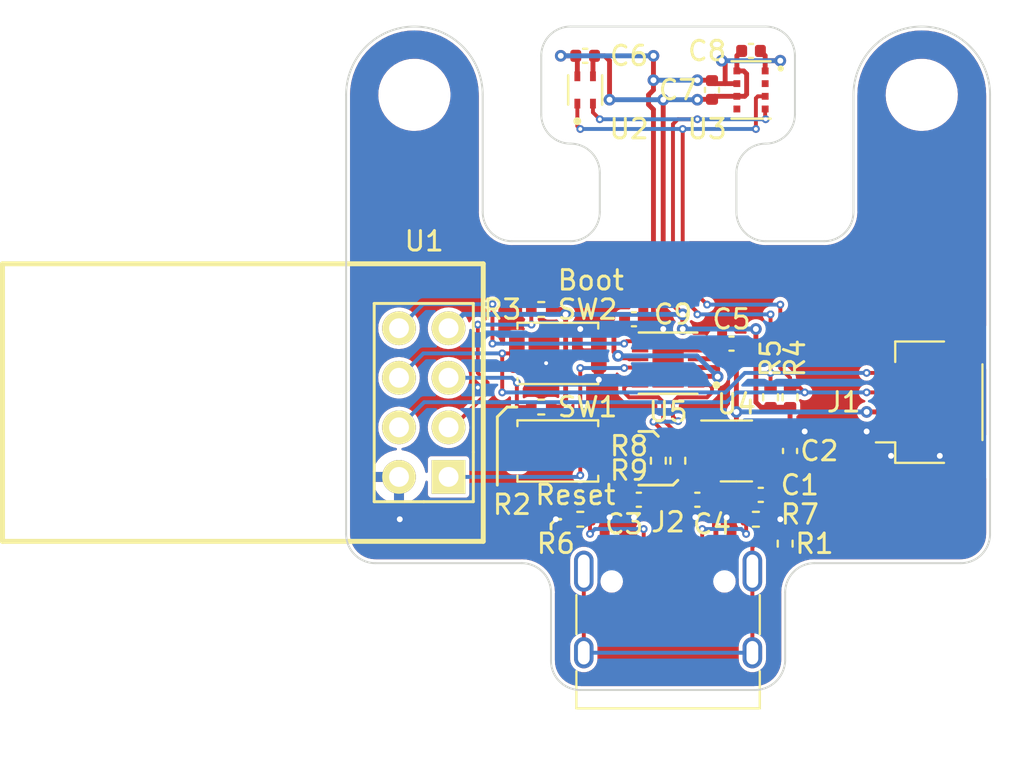
<source format=kicad_pcb>
(kicad_pcb (version 20211014) (generator pcbnew)
  (layers (0 "F.Cu" signal) (31 "B.Cu" signal) (34 "B.Paste" user) (35 "F.Paste" user) (36 "B.SilkS" user "B.Silkscreen") (37 "F.SilkS" user "F.Silkscreen") (38 "B.Mask" user) (39 "F.Mask" user) (44 "Edge.Cuts" user))
  (net 0 "")
  (net 1 "GND")
  (net 2 "SDA")
  (net 3 "SCL")
  (net 8 "+5V")
  (net 9 "/CC1")
  (net 10 "D+")
  (net 11 "D-")
  (net 12 "/CC2")
  (net 13 "/Shield")
  (net 14 "/UTXD")
  (net 15 "/CH_PD")
  (net 16 "/RST")
  (net 17 "+3V3")
  (net 18 "/URXD")
  (net 19 "/FT_USBD-")
  (net 20 "/FT_3V3")
  (net 24 "/FT_USBD+")
  (net 25 "/REG_BP")
  (footprint "Capacitor_SMD:C_0402_1005Metric" (layer "F.Cu") (at 144.25 83 180)
    (fp_text reference "C5")
    (fp_text value "100n")
  )
  (footprint "Resistor_SMD:R_0402_1005Metric" (layer "F.Cu") (at 141.5 89 -90)
    (fp_text reference "R9")
    (fp_text value "27R")
  )
  (footprint "Resistor_SMD:R_0402_1005Metric" (layer "F.Cu") (at 146.25 85.75 -90)
    (fp_text reference "R5")
    (fp_text value "10K")
  )
  (footprint "Resistor_SMD:R_0402_1005Metric" (layer "F.Cu") (at 136.5 92 180)
    (fp_text reference "R6")
    (fp_text value "5K1")
  )
  (footprint "! FT234XD-R:SON45P300X300X80-13N" (layer "F.Cu") (at 141 84 180)
    (fp_text reference "U5")
    (fp_text value "FT234XD-R")
  )
  (footprint "Resistor_SMD:R_0402_1005Metric" (layer "F.Cu") (at 134.5 81.25 180)
    (fp_text reference "R3")
    (fp_text value "10K")
  )
  (footprint "! SHT40-AD1B-R2:XDCR_SHT40-AD1B-R2" (layer "F.Cu") (at 136.75 70 90)
    (fp_text reference "U2")
    (fp_text value "SHT40-AD1B-R2")
  )
  (footprint "Capacitor_SMD:C_0402_1005Metric" (layer "F.Cu") (at 145.75 90.75 180)
    (fp_text reference "C1")
    (fp_text value "470p")
  )
  (footprint "Capacitor_SMD:C_0402_1005Metric" (layer "F.Cu") (at 145.25 68)
    (fp_text reference "C8")
    (fp_text value "100n")
  )
  (footprint "Resistor_SMD:R_0402_1005Metric" (layer "F.Cu") (at 147 93.25 -90)
    (fp_text reference "R1")
    (fp_text value "1M")
  )
  (footprint "! TS-1187A-B-A-B:SW_Push_SPST_NO_Alps_SKRK" (layer "F.Cu") (at 135.35 83.5 180)
    (fp_text reference "SW2")
    (fp_text value "SW_Push")
  )
  (footprint "Package_TO_SOT_SMD:SOT-23-5" (layer "F.Cu") (at 144.5 88.5)
    (fp_text reference "U4")
    (fp_text value "MIC5205-3.3YM5")
  )
  (footprint "Capacitor_SMD:C_0402_1005Metric" (layer "F.Cu") (at 147.25 88.5 -90)
    (fp_text reference "C2")
    (fp_text value "2.2u")
  )
  (footprint "! ESP8266:ESP-01" (layer "F.Cu") (at 129.75 89.83 180)
    (fp_text reference "U1")
    (fp_text value "ESP-01v090")
  )
  (footprint "Resistor_SMD:R_0402_1005Metric" (layer "F.Cu") (at 134.5 86.25 180)
    (fp_text reference "R2")
    (fp_text value "10K")
  )
  (footprint "MountingHole:MountingHole_3.2mm_M3" (layer "F.Cu") (at 128 70.25)
    (fp_text reference "H1" hide)
    (fp_text value "MountingHole")
  )
  (footprint "Capacitor_SMD:C_0402_1005Metric" (layer "F.Cu") (at 139.25 81.75)
    (fp_text reference "C9")
    (fp_text value "100n")
  )
  (footprint "Resistor_SMD:R_0402_1005Metric" (layer "F.Cu") (at 145.5 92 180)
    (fp_text reference "R7")
    (fp_text value "5K1")
  )
  (footprint "Capacitor_SMD:C_0402_1005Metric" (layer "F.Cu") (at 139.5 91 180)
    (fp_text reference "C3")
    (fp_text value "47p")
  )
  (footprint "Connector_JST:JST_SH_SM04B-SRSS-TB_1x04-1MP_P1.00mm_Horizontal" (layer "F.Cu") (at 154.425 86 90)
    (fp_text reference "J1")
    (fp_text value "Stemma QT")
  )
  (footprint "Resistor_SMD:R_0402_1005Metric" (layer "F.Cu") (at 147.25 85.75 -90)
    (fp_text reference "R4")
    (fp_text value "10K")
  )
  (footprint "Capacitor_SMD:C_0402_1005Metric" (layer "F.Cu") (at 136.75 68.25 180)
    (fp_text reference "C6")
    (fp_text value "100n")
  )
  (footprint "Connector_USB:USB_C_Receptacle_HRO_TYPE-C-31-M-12" (layer "F.Cu") (at 141 97.79)
    (fp_text reference "J2")
    (fp_text value "USB_C_Receptacle_USB2.0")
  )
  (footprint "Capacitor_SMD:C_0402_1005Metric" (layer "F.Cu") (at 143.25 70 -90)
    (fp_text reference "C7")
    (fp_text value "100n")
  )
  (footprint "! TS-1187A-B-A-B:SW_Push_SPST_NO_Alps_SKRK" (layer "F.Cu") (at 135.35 88.5 180)
    (fp_text reference "SW1")
    (fp_text value "SW_Push")
  )
  (footprint "Resistor_SMD:R_0402_1005Metric" (layer "F.Cu") (at 140.5 89 90)
    (fp_text reference "R8")
    (fp_text value "27R")
  )
  (footprint "Capacitor_SMD:C_0402_1005Metric" (layer "F.Cu") (at 142.5 91)
    (fp_text reference "C4")
    (fp_text value "47p")
  )
  (footprint "MountingHole:MountingHole_3.2mm_M3" (layer "F.Cu") (at 154 70.25)
    (fp_text reference "H2" hide)
    (fp_text value "MountingHole")
  )
  (footprint "! DPS310:XDCR_DPS310" (layer "F.Cu") (at 145.25 70)
    (fp_text reference "U3")
    (fp_text value "DPS310")
  )
  (gr_line (start 139.5 90.25) (end 141.25 90.25) (layer "F.SilkS") (width 0.15))
  (gr_line (start 132.75 86.25) (end 133.25 86.25) (layer "F.SilkS") (width 0.15))
  (gr_line (start 141.25 90.25) (end 141.5 90) (layer "F.SilkS") (width 0.15))
  (gr_line (start 135 92.25) (end 135 92.5) (layer "F.SilkS") (width 0.15))
  (gr_line (start 140.25 87.5) (end 140.5 87.75) (layer "F.SilkS") (width 0.15))
  (gr_line (start 132.25 86.75) (end 132.75 86.25) (layer "F.SilkS") (width 0.15))
  (gr_line (start 135.5 92) (end 135.25 92) (layer "F.SilkS") (width 0.15))
  (gr_line (start 135.25 92) (end 135 92.25) (layer "F.SilkS") (width 0.15))
  (gr_line (start 132.25 90.25) (end 132.25 86.75) (layer "F.SilkS") (width 0.15))
  (gr_line (start 139.5 87.5) (end 140.25 87.5) (layer "F.SilkS") (width 0.15))
  (gr_line (start 147.5 71.25) (end 147.5 68.25) (layer "Edge.Cuts") (width 0.1))
  (gr_line (start 146 66.75) (end 136 66.75) (layer "Edge.Cuts") (width 0.1))
  (gr_arc (start 150.5 76.25) (mid 150.06066 77.31066) (end 149 77.75) (layer "Edge.Cuts") (width 0.1))
  (gr_arc (start 146 66.75) (mid 147.06066 67.18934) (end 147.5 68.25) (layer "Edge.Cuts") (width 0.1))
  (gr_line (start 134.5 71.25) (end 134.5 68.25) (layer "Edge.Cuts") (width 0.1))
  (gr_arc (start 144.5 74.25) (mid 144.93934 73.18934) (end 146 72.75) (layer "Edge.Cuts") (width 0.1))
  (gr_arc (start 126 94.25) (mid 124.93934 93.81066) (end 124.5 92.75) (layer "Edge.Cuts") (width 0.1))
  (gr_line (start 137.5 74.25) (end 137.5 76.25) (layer "Edge.Cuts") (width 0.1))
  (gr_line (start 157.5 92.75) (end 157.5 70.25) (layer "Edge.Cuts") (width 0.1))
  (gr_arc (start 136.5 100.75) (mid 135.43934 100.31066) (end 135 99.25) (layer "Edge.Cuts") (width 0.1))
  (gr_line (start 135 99.25) (end 135 95.75) (layer "Edge.Cuts") (width 0.1))
  (gr_line (start 133.5 94.25) (end 126 94.25) (layer "Edge.Cuts") (width 0.1))
  (gr_line (start 131.5 70.25) (end 131.5 76.25) (layer "Edge.Cuts") (width 0.1))
  (gr_line (start 147 99.25) (end 147 95.75) (layer "Edge.Cuts") (width 0.1))
  (gr_arc (start 137.5 76.25) (mid 137.06066 77.31066) (end 136 77.75) (layer "Edge.Cuts") (width 0.1))
  (gr_arc (start 133 77.75) (mid 131.93934 77.31066) (end 131.5 76.25) (layer "Edge.Cuts") (width 0.1))
  (gr_line (start 144.5 74.25) (end 144.5 76.25) (layer "Edge.Cuts") (width 0.1))
  (gr_arc (start 147 95.75) (mid 147.43934 94.68934) (end 148.5 94.25) (layer "Edge.Cuts") (width 0.1))
  (gr_arc (start 124.5 70.25) (mid 128 66.75) (end 131.5 70.25) (layer "Edge.Cuts") (width 0.1))
  (gr_arc (start 147 99.25) (mid 146.521659 100.314201) (end 145.43934 100.75) (layer "Edge.Cuts") (width 0.1))
  (gr_line (start 124.5 92.75) (end 124.5 70.25) (layer "Edge.Cuts") (width 0.1))
  (gr_line (start 149 77.75) (end 146 77.75) (layer "Edge.Cuts") (width 0.1))
  (gr_arc (start 136 72.75) (mid 134.93934 72.31066) (end 134.5 71.25) (layer "Edge.Cuts") (width 0.1))
  (gr_arc (start 157.5 92.75) (mid 157.06066 93.81066) (end 156 94.25) (layer "Edge.Cuts") (width 0.1))
  (gr_arc (start 134.5 68.25) (mid 134.93934 67.18934) (end 136 66.75) (layer "Edge.Cuts") (width 0.1))
  (gr_line (start 148.5 94.25) (end 156 94.25) (layer "Edge.Cuts") (width 0.1))
  (gr_line (start 145.43934 100.75) (end 136.5 100.75) (layer "Edge.Cuts") (width 0.1))
  (gr_arc (start 146 77.75) (mid 144.93934 77.31066) (end 144.5 76.25) (layer "Edge.Cuts") (width 0.1))
  (gr_arc (start 133.5 94.25) (mid 134.56066 94.68934) (end 135 95.75) (layer "Edge.Cuts") (width 0.1))
  (gr_arc (start 147.5 71.25) (mid 147.06066 72.31066) (end 146 72.75) (layer "Edge.Cuts") (width 0.1))
  (gr_line (start 150.5 70.25) (end 150.5 76.25) (layer "Edge.Cuts") (width 0.1))
  (gr_arc (start 150.5 70.25) (mid 154 66.75) (end 157.5 70.25) (layer "Edge.Cuts") (width 0.1))
  (gr_line (start 133 77.75) (end 136 77.75) (layer "Edge.Cuts") (width 0.1))
  (gr_arc (start 136 72.75) (mid 137.06066 73.18934) (end 137.5 74.25) (layer "Edge.Cuts") (width 0.1))
  (gr_text "Boot" (at 135.25 79.75) (layer "F.SilkS") (effects (font (size 1 1)) (justify left)))
  (gr_text "Reset" (at 136.25 90.75) (layer "F.SilkS") (effects (font (size 1 1))))
  (segment (start 140.25 69.5) (end 140.25 68.25) (width 0.25) (layer "F.Cu") (net 1))
  (segment (start 143.925 68.675) (end 143.75 68.5) (width 0.25) (layer "F.Cu") (net 1))
  (segment (start 127.25 92) (end 127.25 89.87) (width 0.25) (layer "F.Cu") (net 1))
  (segment (start 148 88.75) (end 147.77 88.98) (width 0.25) (layer "F.Cu") (net 1))
  (segment (start 140.25 81.75) (end 140.25 71) (width 0.25) (layer "F.Cu") (net 1))
  (segment (start 156.3 88.8) (end 156.3 83.2) (width 0.25) (layer "F.Cu") (net 1))
  (segment (start 146 68.5) (end 145.975 68.525) (width 0.25) (layer "F.Cu") (net 1))
  (segment (start 140.25 71) (end 140 70.75) (width 0.25) (layer "F.Cu") (net 1))
  (segment (start 138 91) (end 137.45 90.45) (width 0.25) (layer "F.Cu") (net 1))
  (segment (start 146.75 92) (end 146.01 92) (width 0.25) (layer "F.Cu") (net 1))
  (segment (start 145.975 68.245) (end 145.73 68) (width 0.25) (layer "F.Cu") (net 1))
  (segment (start 147.77 88.98) (end 147.25 88.98) (width 0.25) (layer "F.Cu") (net 1))
  (segment (start 142.5 69.5) (end 143.23 69.5) (width 0.25) (layer "F.Cu") (net 1))
  (segment (start 127.25 89.87) (end 127.21 89.83) (width 0.25) (layer "F.Cu") (net 1))
  (segment (start 141 82.5) (end 140.75 82.25) (width 0.25) (layer "F.Cu") (net 1))
  (segment (start 144.25 92.1505) (end 144 91.9005) (width 0.25) (layer "F.Cu") (net 1))
  (segment (start 142.375 89.875) (end 142.375 88.625) (width 0.25) (layer "F.Cu") (net 1))
  (segment (start 145.975 69.025) (end 145.975 68.525) (width 0.25) (layer "F.Cu") (net 1))
  (segment (start 156.25 88.75) (end 156.3 88.8) (width 0.25) (layer "F.Cu") (net 1))
  (segment (start 145.975 68.525) (end 145.975 68.245) (width 0.25) (layer "F.Cu") (net 1))
  (segment (start 136.5 83.25) (end 136.5 82.25) (width 0.25) (layer "F.Cu") (net 1))
  (segment (start 139.73 81.75) (end 140.25 81.75) (width 0.25) (layer "F.Cu") (net 1))
  (segment (start 143.3625 88.5) (end 142.5 88.5) (width 0.25) (layer "F.Cu") (net 1))
  (segment (start 140.25 81.75) (end 140.75 82.25) (width 0.25) (layer "F.Cu") (net 1))
  (segment (start 152.425 87.5) (end 151.175 87.5) (width 0.25) (layer "F.Cu") (net 1))
  (segment (start 143.925 69.675) (end 143.925 68.675) (width 0.25) (layer "F.Cu") (net 1))
  (segment (start 148 87.5) (end 148 88.75) (width 0.25) (layer "F.Cu") (net 1))
  (segment (start 141 84) (end 141 82.5) (width 0.25) (layer "F.Cu") (net 1))
  (segment (start 142.98 91) (end 142.98 90.48) (width 0.25) (layer "F.Cu") (net 1))
  (segment (start 140 70.75) (end 140 70.25) (width 0.25) (layer "F.Cu") (net 1))
  (segment (start 142.98 90.48) (end 142.375 89.875) (width 0.25) (layer "F.Cu") (net 1))
  (segment (start 143.405 69.675) (end 143.25 69.52) (width 0.25) (layer "F.Cu") (net 1))
  (segment (start 135.25 92) (end 135.99 92) (width 0.25) (layer "F.Cu") (net 1))
  (segment (start 142.98 91) (end 142.98 91.313391) (width 0.25) (layer "F.Cu") (net 1))
  (segment (start 140 70.25) (end 140.25 70) (width 0.25) (layer "F.Cu") (net 1))
  (segment (start 141.675 83.325) (end 141 84) (width 0.25) (layer "F.Cu") (net 1))
  (segment (start 136.75 83.5) (end 136.5 83.25) (width 0.25) (layer "F.Cu") (net 1))
  (segment (start 136.35 69.3) (end 136.35 68.33) (width 0.25) (layer "F.Cu") (net 1))
  (segment (start 146.75 68.5) (end 146 68.5) (width 0.25) (layer "F.Cu") (net 1))
  (segment (start 139.25 91.9005) (end 139.25 91.23) (width 0.25) (layer "F.Cu") (net 1))
  (segment (start 147 92.25) (end 146.75 92) (width 0.25) (layer "F.Cu") (net 1))
  (segment (start 154.925 88.75) (end 156.25 88.75) (width 0.25) (layer "F.Cu") (net 1))
  (segment (start 143.23 69.5) (end 143.25 69.52) (width 0.25) (layer "F.Cu") (net 1))
  (segment (start 137.75 93.745) (end 137.75 92.1505) (width 0.25) (layer "F.Cu") (net 1))
  (segment (start 145.27 90.75) (end 145.1505 90.75) (width 0.25) (layer "F.Cu") (net 1))
  (segment (start 138 91.9005) (end 138 91) (width 0.25) (layer "F.Cu") (net 1))
  (segment (start 145.1505 90.75) (end 144 91.9005) (width 0.25) (layer "F.Cu") (net 1))
  (segment (start 136.35 68.33) (end 136.27 68.25) (width 0.25) (layer "F.Cu") (net 1))
  (segment (start 140.25 70) (end 140.25 69.5) (width 0.25) (layer "F.Cu") (net 1))
  (segment (start 143.925 69.675) (end 143.405 69.675) (width 0.25) (layer "F.Cu") (net 1))
  (segment (start 147.25 88.98) (end 147.25 91.5) (width 0.25) (layer "F.Cu") (net 1))
  (segment (start 137.45 88.5) (end 137.45 83.5) (width 0.25) (layer "F.Cu") (net 1))
  (segment (start 144.525 69.675) (end 143.925 69.675) (width 0.25) (layer "F.Cu") (net 1))
  (segment (start 147.25 91.5) (end 146.75 92) (width 0.25) (layer "F.Cu") (net 1))
  (segment (start 147 92.74) (end 147 92.25) (width 0.25) (layer "F.Cu") (net 1))
  (segment (start 137.45 83.5) (end 136.75 83.5) (width 0.25) (layer "F.Cu") (net 1))
  (segment (start 142.5 88.5) (end 142.375 88.625) (width 0.25) (layer "F.Cu") (net 1))
  (segment (start 143.445 83.325) (end 143.77 83) (width 0.25) (layer "F.Cu") (net 1))
  (segment (start 137.45 90.45) (end 137.45 88.5) (width 0.25) (layer "F.Cu") (net 1))
  (segment (start 142.435 83.325) (end 141.675 83.325) (width 0.25) (layer "F.Cu") (net 1))
  (segment (start 142.435 83.325) (end 143.445 83.325) (width 0.25) (layer "F.Cu") (net 1))
  (segment (start 144.25 93.745) (end 144.25 92.1505) (width 0.25) (layer "F.Cu") (net 1))
  (segment (start 139.25 91.23) (end 139.02 91) (width 0.25) (layer "F.Cu") (net 1))
  (segment (start 152.425 87.5) (end 152.425 88.75) (width 0.25) (layer "F.Cu") (net 1))
  (segment (start 137.75 92.1505) (end 138 91.9005) (width 0.25) (layer "F.Cu") (net 1))
  (segment (start 135.5 68.25) (end 136.27 68.25) (width 0.25) (layer "F.Cu") (net 1))
  (segment (start 142.98 91.313391) (end 142.397698 91.895693) (width 0.25) (layer "F.Cu") (net 1))
  (via (at 142.5 69.5) (size 0.6) (drill 0.3) (layers "F.Cu" "B.Cu") (net 1))
  (via (at 135.25 92) (size 0.6) (drill 0.3) (layers "F.Cu" "B.Cu") (net 1))
  (via (at 138 91.9005) (size 0.6) (drill 0.3) (layers "F.Cu" "B.Cu") (net 1))
  (via (at 137.45 84.8495) (size 0.6) (drill 0.3) (layers "F.Cu" "B.Cu") (net 1))
  (via (at 151.175 87.5) (size 0.6) (drill 0.3) (layers "F.Cu" "B.Cu") (net 1))
  (via (at 136.5 82.25) (size 0.6) (drill 0.3) (layers "F.Cu" "B.Cu") (net 1))
  (via (at 148 87.5) (size 0.6) (drill 0.3) (layers "F.Cu" "B.Cu") (net 1))
  (via (at 146.75 92) (size 0.6) (drill 0.3) (layers "F.Cu" "B.Cu") (net 1))
  (via (at 140.25 68.25) (size 0.6) (drill 0.3) (layers "F.Cu" "B.Cu") (net 1))
  (via (at 134.75 84) (size 0.4) (drill 0.2) (layers "F.Cu" "B.Cu") (net 1))
  (via (at 152.425 88.75) (size 0.6) (drill 0.3) (layers "F.Cu" "B.Cu") (net 1))
  (via (at 140.25 69.5) (size 0.6) (drill 0.3) (layers "F.Cu" "B.Cu") (net 1))
  (via (at 143.75 68.5) (size 0.6) (drill 0.3) (layers "F.Cu" "B.Cu") (net 1))
  (via (at 142.397698 91.895693) (size 0.6) (drill 0.3) (layers "F.Cu" "B.Cu") (net 1))
  (via (at 131.25 85.25) (size 0.4) (drill 0.2) (layers "F.Cu" "B.Cu") (net 1))
  (via (at 154.925 88.75) (size 0.6) (drill 0.3) (layers "F.Cu" "B.Cu") (net 1))
  (via (at 135.5 68.25) (size 0.6) (drill 0.3) (layers "F.Cu" "B.Cu") (net 1))
  (via (at 146.75 68.5) (size 0.6) (drill 0.3) (layers "F.Cu" "B.Cu") (net 1))
  (via (at 144 91.9005) (size 0.6) (drill 0.3) (layers "F.Cu" "B.Cu") (net 1))
  (via (at 127.25 92) (size 0.6) (drill 0.3) (layers "F.Cu" "B.Cu") (net 1))
  (via (at 140.75 82.25) (size 0.6) (drill 0.3) (layers "F.Cu" "B.Cu") (net 1))
  (via (at 139.25 91.9005) (size 0.6) (drill 0.3) (layers "F.Cu" "B.Cu") (net 1))
  (segment (start 152.425 88.75) (end 154.925 88.75) (width 0.25) (layer "B.Cu") (net 1))
  (segment (start 138 91.9005) (end 140.0995 91.9005) (width 0.25) (layer "B.Cu") (net 1))
  (segment (start 140.75 82.25) (end 136.5 82.25) (width 0.25) (layer "B.Cu") (net 1))
  (segment (start 135.25 92) (end 127.25 92) (width 0.25) (layer "B.Cu") (net 1))
  (segment (start 143.75 68.5) (end 146.75 68.5) (width 0.25) (layer "B.Cu") (net 1))
  (segment (start 138 91.9005) (end 135.3495 91.9005) (width 0.25) (layer "B.Cu") (net 1))
  (segment (start 134.75 84) (end 135.5995 84.8495) (width 0.25) (layer "B.Cu") (net 1))
  (segment (start 140.25 68.25) (end 135.5 68.25) (width 0.25) (layer "B.Cu") (net 1))
  (segment (start 142.402505 91.9005) (end 142.397698 91.895693) (width 0.25) (layer "B.Cu") (net 1))
  (segment (start 135.5995 84.8495) (end 137.45 84.8495) (width 0.25) (layer "B.Cu") (net 1))
  (segment (start 142.6505 91.9005) (end 142.402505 91.9005) (width 0.25) (layer "B.Cu") (net 1))
  (segment (start 146.6505 91.9005) (end 146.75 92) (width 0.25) (layer "B.Cu") (net 1))
  (segment (start 142.6505 91.9005) (end 144 91.9005) (width 0.25) (layer "B.Cu") (net 1))
  (segment (start 148 87.5) (end 151.175 87.5) (width 0.25) (layer "B.Cu") (net 1))
  (segment (start 140.25 69.5) (end 142.5 69.5) (width 0.25) (layer "B.Cu") (net 1))
  (segment (start 144 91.9005) (end 146.6505 91.9005) (width 0.25) (layer "B.Cu") (net 1))
  (segment (start 140.0995 91.9005) (end 139.25 91.9005) (width 0.25) (layer "B.Cu") (net 1))
  (segment (start 135.3495 91.9005) (end 135.25 92) (width 0.25) (layer "B.Cu") (net 1))
  (segment (start 140.0995 91.9005) (end 142.6505 91.9005) (width 0.25) (layer "B.Cu") (net 1))
  (segment (start 136.5 72) (end 136.35 71.85) (width 0.2) (layer "F.Cu") (net 2))
  (segment (start 147.25 84.75) (end 146.75 84.25) (width 0.2) (layer "F.Cu") (net 2))
  (segment (start 146.75 84.25) (end 146.75 83.25) (width 0.2) (layer "F.Cu") (net 2))
  (segment (start 147.74 85.24) (end 148 85.5) (width 0.2) (layer "F.Cu") (net 2))
  (segment (start 146.75 83.25) (end 146.75 81) (width 0.2) (layer "F.Cu") (net 2))
  (segment (start 143 81) (end 141.75 79.75) (width 0.2) (layer "F.Cu") (net 2))
  (segment (start 145.6 70.325) (end 145.5 70.425) (width 0.2) (layer "F.Cu") (net 2))
  (segment (start 147.25 85.24) (end 147.25 84.75) (width 0.2) (layer "F.Cu") (net 2))
  (segment (start 141.75 79.75) (end 141.75 72) (width 0.2) (layer "F.Cu") (net 2))
  (segment (start 151.175 85.5) (end 152.425 85.5) (width 0.2) (layer "F.Cu") (net 2))
  (segment (start 136.35 71.85) (end 136.35 70.7) (width 0.2) (layer "F.Cu") (net 2))
  (segment (start 147.25 85.24) (end 147.74 85.24) (width 0.2) (layer "F.Cu") (net 2))
  (segment (start 145.975 70.325) (end 145.6 70.325) (width 0.2) (layer "F.Cu") (net 2))
  (segment (start 145.5 70.425) (end 145.5 72) (width 0.2) (layer "F.Cu") (net 2))
  (via (at 148 85.5) (size 0.4) (drill 0.2) (layers "F.Cu" "B.Cu") (net 2))
  (via (at 151.175 85.5) (size 0.4) (drill 0.2) (layers "F.Cu" "B.Cu") (net 2))
  (via (at 136.5 72) (size 0.4) (drill 0.2) (layers "F.Cu" "B.Cu") (net 2))
  (via (at 145.5 72) (size 0.4) (drill 0.2) (layers "F.Cu" "B.Cu") (net 2))
  (via (at 141.75 72) (size 0.4) (drill 0.2) (layers "F.Cu" "B.Cu") (net 2))
  (via (at 146.75 81) (size 0.4) (drill 0.2) (layers "F.Cu" "B.Cu") (net 2))
  (via (at 143 81) (size 0.4) (drill 0.2) (layers "F.Cu" "B.Cu") (net 2))
  (segment (start 127.21 87.29) (end 128.5 86) (width 0.2) (layer "B.Cu") (net 2))
  (segment (start 144 86) (end 144.5 85.5) (width 0.2) (layer "B.Cu") (net 2))
  (segment (start 144.5 85.5) (end 148 85.5) (width 0.2) (layer "B.Cu") (net 2))
  (segment (start 146.75 81) (end 143 81) (width 0.2) (layer "B.Cu") (net 2))
  (segment (start 145.5 72) (end 136.5 72) (width 0.2) (layer "B.Cu") (net 2))
  (segment (start 132 86) (end 144 86) (width 0.2) (layer "B.Cu") (net 2))
  (segment (start 128.5 86) (end 132 86) (width 0.2) (layer "B.Cu") (net 2))
  (segment (start 151.175 85.5) (end 148 85.5) (width 0.2) (layer "B.Cu") (net 2))
  (segment (start 132.5 83.5) (end 133.25 83.5) (width 0.2) (layer "F.Cu") (net 3))
  (segment (start 146.25 84.5) (end 146.25 83.25) (width 0.2) (layer "F.Cu") (net 3))
  (segment (start 137.15 70.7) (end 137.15 71.15) (width 0.2) (layer "F.Cu") (net 3))
  (segment (start 141.5 71.5) (end 141.25 71.75) (width 0.2) (layer "F.Cu") (net 3))
  (segment (start 145.975 70.975) (end 145.975 71.475) (width 0.2) (layer "F.Cu") (net 3))
  (segment (start 142.5 81.401471) (end 141.25 80.151471) (width 0.2) (layer "F.Cu") (net 3))
  (segment (start 146.25 83.25) (end 146.25 81.5) (width 0.2) (layer "F.Cu") (net 3))
  (segment (start 142.5 81.5) (end 142.5 81.401471) (width 0.2) (layer "F.Cu") (net 3))
  (segment (start 145.975 71.475) (end 146 71.5) (width 0.2) (layer "F.Cu") (net 3))
  (segment (start 142.5 71.5) (end 141.5 71.5) (width 0.2) (layer "F.Cu") (net 3))
  (segment (start 151.175 84.5) (end 152.425 84.5) (width 0.2) (layer "F.Cu") (net 3))
  (segment (start 146.25 85.24) (end 146.25 84.5) (width 0.2) (layer "F.Cu") (net 3))
  (segment (start 137.15 71.15) (end 137.5 71.5) (width 0.2) (layer "F.Cu") (net 3))
  (segment (start 132.5 83.5) (end 132.5 85.5) (width 0.2) (layer "F.Cu") (net 3))
  (segment (start 141.25 71.75) (end 141.25 80.151471) (width 0.2) (layer "F.Cu") (net 3))
  (via (at 151.175 84.5) (size 0.4) (drill 0.2) (layers "F.Cu" "B.Cu") (net 3))
  (via (at 146.25 84.5) (size 0.4) (drill 0.2) (layers "F.Cu" "B.Cu") (net 3))
  (via (at 142.5 81.5) (size 0.4) (drill 0.2) (layers "F.Cu" "B.Cu") (net 3))
  (via (at 137.5 71.5) (size 0.4) (drill 0.2) (layers "F.Cu" "B.Cu") (net 3))
  (via (at 146.25 81.5) (size 0.4) (drill 0.2) (layers "F.Cu" "B.Cu") (net 3))
  (via (at 132.5 83.5) (size 0.4) (drill 0.2) (layers "F.Cu" "B.Cu") (net 3))
  (via (at 146 71.5) (size 0.4) (drill 0.2) (layers "F.Cu" "B.Cu") (net 3))
  (via (at 132.5 85.5) (size 0.4) (drill 0.2) (layers "F.Cu" "B.Cu") (net 3))
  (via (at 142.5 71.5) (size 0.4) (drill 0.2) (layers "F.Cu" "B.Cu") (net 3))
  (segment (start 132.5 85.5) (end 143.934314 85.5) (width 0.2) (layer "B.Cu") (net 3))
  (segment (start 146.25 81.5) (end 142.5 81.5) (width 0.2) (layer "B.Cu") (net 3))
  (segment (start 128.46 83.5) (end 132.5 83.5) (width 0.2) (layer "B.Cu") (net 3))
  (segment (start 146.25 84.5) (end 151.175 84.5) (width 0.2) (layer "B.Cu") (net 3))
  (segment (start 146.25 84.5) (end 144.934314 84.5) (width 0.2) (layer "B.Cu") (net 3))
  (segment (start 137.5 71.5) (end 146 71.5) (width 0.2) (layer "B.Cu") (net 3))
  (segment (start 127.21 84.75) (end 128.46 83.5) (width 0.2) (layer "B.Cu") (net 3))
  (segment (start 143.934314 85.5) (end 144.934314 84.5) (width 0.2) (layer "B.Cu") (net 3))
  (segment (start 144.5 89.5) (end 144.5 90.5) (width 0.25) (layer "F.Cu") (net 8))
  (segment (start 143.45 94.57) (end 142.595 95.425) (width 0.25) (layer "F.Cu") (net 8))
  (segment (start 144.45 89.45) (end 144.5 89.5) (width 0.25) (layer "F.Cu") (net 8))
  (segment (start 144.5 90.5) (end 143.375 91.625) (width 0.25) (layer "F.Cu") (net 8))
  (segment (start 143.375 91.625) (end 143.375 92.475) (width 0.25) (layer "F.Cu") (net 8))
  (segment (start 143.45 92.55) (end 143.45 93.745) (width 0.25) (layer "F.Cu") (net 8))
  (segment (start 143.45 93.745) (end 143.45 94.57) (width 0.25) (layer "F.Cu") (net 8))
  (segment (start 144.5 87.5) (end 144.5 89.5) (width 0.25) (layer "F.Cu") (net 8))
  (segment (start 144.45 87.55) (end 144.5 87.5) (width 0.25) (layer "F.Cu") (net 8))
  (segment (start 143.375 92.475) (end 143.45 92.55) (width 0.25) (layer "F.Cu") (net 8))
  (segment (start 142.595 95.425) (end 139.425 95.425) (width 0.25) (layer "F.Cu") (net 8))
  (segment (start 144.73 83.07) (end 144.73 83) (width 0.25) (layer "F.Cu") (net 8))
  (segment (start 139.425 95.425) (end 138.55 94.55) (width 0.25) (layer "F.Cu") (net 8))
  (segment (start 143.3625 89.45) (end 144.45 89.45) (width 0.25) (layer "F.Cu") (net 8))
  (segment (start 151.175 86.5) (end 152.425 86.5) (width 0.25) (layer "F.Cu") (net 8))
  (segment (start 144.025 83.775) (end 142.435 83.775) (width 0.25) (layer "F.Cu") (net 8))
  (segment (start 144.025 83.775) (end 144.73 83.07) (width 0.25) (layer "F.Cu") (net 8))
  (segment (start 143.3625 87.55) (end 144.45 87.55) (width 0.25) (layer "F.Cu") (net 8))
  (segment (start 144.5 87.5) (end 144.5 84.25) (width 0.25) (layer "F.Cu") (net 8))
  (segment (start 144.5 84.25) (end 144.025 83.775) (width 0.25) (layer "F.Cu") (net 8))
  (segment (start 138.55 94.55) (end 138.55 93.745) (width 0.25) (layer "F.Cu") (net 8))
  (via (at 151.175 86.5) (size 0.6) (drill 0.3) (layers "F.Cu" "B.Cu") (net 8))
  (via (at 144.5 86.5) (size 0.6) (drill 0.3) (layers "F.Cu" "B.Cu") (net 8))
  (segment (start 144.5 86.5) (end 151.175 86.5) (width 0.25) (layer "B.Cu") (net 8))
  (segment (start 139.75 93.745) (end 139.75 92.5) (width 0.2) (layer "F.Cu") (net 9))
  (segment (start 137 92.75) (end 137 92.01) (width 0.2) (layer "F.Cu") (net 9))
  (segment (start 137 92.01) (end 137.01 92) (width 0.2) (layer "F.Cu") (net 9))
  (via (at 139.75 92.5) (size 0.4) (drill 0.2) (layers "F.Cu" "B.Cu") (net 9))
  (via (at 137 92.75) (size 0.4) (drill 0.2) (layers "F.Cu" "B.Cu") (net 9))
  (segment (start 137.25 92.5) (end 137 92.75) (width 0.2) (layer "B.Cu") (net 9))
  (segment (start 139.75 92.5) (end 137.25 92.5) (width 0.2) (layer "B.Cu") (net 9))
  (segment (start 141.23 92.52) (end 141.52 92.52) (width 0.2) (layer "F.Cu") (net 10))
  (segment (start 141.5 90) (end 141.5 89.51) (width 0.2) (layer "F.Cu") (net 10))
  (segment (start 141.25 90.25) (end 141.5 90) (width 0.2) (layer "F.Cu") (net 10))
  (segment (start 141.75 92.75) (end 141.75 93.745) (width 0.2) (layer "F.Cu") (net 10))
  (segment (start 141.25 91) (end 141.25 90.25) (width 0.2) (layer "F.Cu") (net 10))
  (segment (start 141 92.52) (end 141.23 92.52) (width 0.2) (layer "F.Cu") (net 10))
  (segment (start 140.75 92.77) (end 141 92.52) (width 0.2) (layer "F.Cu") (net 10))
  (segment (start 141.25 92.5) (end 141.25 91) (width 0.2) (layer "F.Cu") (net 10))
  (segment (start 142.02 91) (end 141.25 91) (width 0.2) (layer "F.Cu") (net 10))
  (segment (start 140.75 93.745) (end 140.75 92.77) (width 0.2) (layer "F.Cu") (net 10))
  (segment (start 141.23 92.52) (end 141.25 92.5) (width 0.2) (layer "F.Cu") (net 10))
  (segment (start 141.52 92.52) (end 141.75 92.75) (width 0.2) (layer "F.Cu") (net 10))
  (segment (start 140.75 92) (end 140.75 91) (width 0.2) (layer "F.Cu") (net 11))
  (segment (start 141 95) (end 141.25 94.75) (width 0.2) (layer "F.Cu") (net 11))
  (segment (start 140.25 93.745) (end 140.25 94.75) (width 0.2) (layer "F.Cu") (net 11))
  (segment (start 141.25 94.75) (end 141.25 93.745) (width 0.2) (layer "F.Cu") (net 11))
  (segment (start 140.75 91) (end 140.75 90.25) (width 0.2) (layer "F.Cu") (net 11))
  (segment (start 140.5 95) (end 141 95) (width 0.2) (layer "F.Cu") (net 11))
  (segment (start 139.98 91) (end 140.75 91) (width 0.2) (layer "F.Cu") (net 11))
  (segment (start 140.25 94.75) (end 140.5 95) (width 0.2) (layer "F.Cu") (net 11))
  (segment (start 140.25 93.745) (end 140.25 92.5) (width 0.2) (layer "F.Cu") (net 11))
  (segment (start 140.25 92.5) (end 140.75 92) (width 0.2) (layer "F.Cu") (net 11))
  (segment (start 140.5 90) (end 140.5 89.51) (width 0.2) (layer "F.Cu") (net 11))
  (segment (start 140.75 90.25) (end 140.5 90) (width 0.2) (layer "F.Cu") (net 11))
  (segment (start 145 92.01) (end 144.99 92) (width 0.2) (layer "F.Cu") (net 12))
  (segment (start 145 92.75) (end 145 92.01) (width 0.2) (layer "F.Cu") (net 12))
  (segment (start 142.75 93.745) (end 142.75 92.5) (width 0.2) (layer "F.Cu") (net 12))
  (via (at 145 92.75) (size 0.4) (drill 0.2) (layers "F.Cu" "B.Cu") (net 12))
  (via (at 142.75 92.5) (size 0.4) (drill 0.2) (layers "F.Cu" "B.Cu") (net 12))
  (segment (start 144.75 92.5) (end 145 92.75) (width 0.2) (layer "B.Cu") (net 12))
  (segment (start 142.75 92.5) (end 144.75 92.5) (width 0.2) (layer "B.Cu") (net 12))
  (segment (start 136.68 94.66) (end 136.68 98.84) (width 0.2) (layer "F.Cu") (net 13))
  (segment (start 145.32 94.66) (end 145.32 93.43) (width 0.2) (layer "F.Cu") (net 13))
  (segment (start 146.51 93.76) (end 147 93.76) (width 0.2) (layer "F.Cu") (net 13))
  (segment (start 145.5 93.25) (end 146 93.25) (width 0.2) (layer "F.Cu") (net 13))
  (segment (start 146 93.25) (end 146.51 93.76) (width 0.2) (layer "F.Cu") (net 13))
  (segment (start 145.32 93.43) (end 145.5 93.25) (width 0.2) (layer "F.Cu") (net 13))
  (segment (start 145.32 94.66) (end 145.32 98.84) (width 0.2) (layer "F.Cu") (net 13))
  (segment (start 136.68 98.84) (end 145.32 98.84) (width 0.2) (layer "B.Cu") (net 13))
  (segment (start 136.5 84.25) (end 136.5 89.75) (width 0.2) (layer "F.Cu") (net 14))
  (segment (start 139.565 84.225) (end 138.775 84.225) (width 0.2) (layer "F.Cu") (net 14))
  (segment (start 138.775 84.225) (end 138.75 84.25) (width 0.2) (layer "F.Cu") (net 14))
  (via (at 138.75 84.25) (size 0.4) (drill 0.2) (layers "F.Cu" "B.Cu") (net 14))
  (via (at 136.5 89.75) (size 0.4) (drill 0.2) (layers "F.Cu" "B.Cu") (net 14))
  (via (at 136.5 84.25) (size 0.4) (drill 0.2) (layers "F.Cu" "B.Cu") (net 14))
  (segment (start 138.75 84.25) (end 136.5 84.25) (width 0.2) (layer "B.Cu") (net 14))
  (segment (start 136.42 89.83) (end 129.75 89.83) (width 0.2) (layer "B.Cu") (net 14))
  (segment (start 136.5 89.75) (end 136.42 89.83) (width 0.2) (layer "B.Cu") (net 14))
  (segment (start 131.75 85.5) (end 129.96 87.29) (width 0.2) (layer "F.Cu") (net 15))
  (segment (start 131.25 84.5) (end 131.75 85) (width 0.2) (layer "F.Cu") (net 15))
  (segment (start 133.99 82.0145) (end 134 82.0245) (width 0.2) (layer "F.Cu") (net 15))
  (segment (start 131.25 82.0245) (end 131.25 84.5) (width 0.2) (layer "F.Cu") (net 15))
  (segment (start 129.96 87.29) (end 129.75 87.29) (width 0.2) (layer "F.Cu") (net 15))
  (segment (start 133.99 81.25) (end 133.99 82.0145) (width 0.2) (layer "F.Cu") (net 15))
  (segment (start 131.75 85) (end 131.75 85.5) (width 0.2) (layer "F.Cu") (net 15))
  (via (at 134 82.0245) (size 0.4) (drill 0.2) (layers "F.Cu" "B.Cu") (net 15))
  (via (at 131.25 82.0245) (size 0.4) (drill 0.2) (layers "F.Cu" "B.Cu") (net 15))
  (segment (start 134 82.0245) (end 131.25 82.0245) (width 0.2) (layer "B.Cu") (net 15))
  (segment (start 133.25 86.25) (end 133.25 88.5) (width 0.2) (layer "F.Cu") (net 16))
  (segment (start 133.25 86.25) (end 133.25 85) (width 0.2) (layer "F.Cu") (net 16))
  (segment (start 133.99 86.25) (end 133.25 86.25) (width 0.2) (layer "F.Cu") (net 16))
  (via (at 133.25 85) (size 0.4) (drill 0.2) (layers "F.Cu" "B.Cu") (net 16))
  (segment (start 133 84.75) (end 129.75 84.75) (width 0.2) (layer "B.Cu") (net 16))
  (segment (start 133.25 85) (end 133 84.75) (width 0.2) (layer "B.Cu") (net 16))
  (segment (start 135.5 81.25) (end 135.75 81.5) (width 0.25) (layer "F.Cu") (net 17))
  (segment (start 141.75 81.5) (end 141.75 82.25) (width 0.25) (layer "F.Cu") (net 17))
  (segment (start 144.525 69.025) (end 144.525 68.245) (width 0.25) (layer "F.Cu") (net 17))
  (segment (start 144.875 69.025) (end 145.025 69.175) (width 0.25) (layer "F.Cu") (net 17))
  (segment (start 135.75 81.5) (end 135.75 86) (width 0.25) (layer "F.Cu") (net 17))
  (segment (start 135.5 86.25) (end 135.01 86.25) (width 0.25) (layer "F.Cu") (net 17))
  (segment (start 143.25 70.48) (end 143.405 70.325) (width 0.25) (layer "F.Cu") (net 17))
  (segment (start 144.925 70.325) (end 144.525 70.325) (width 0.25) (layer "F.Cu") (net 17))
  (segment (start 145.025 70.225) (end 144.925 70.325) (width 0.25) (layer "F.Cu") (net 17))
  (segment (start 145.5 82.25) (end 145.5 86) (width 0.25) (layer "F.Cu") (net 17))
  (segment (start 143.405 70.325) (end 144.525 70.325) (width 0.25) (layer "F.Cu") (net 17))
  (segment (start 135.01 81.25) (end 135.5 81.25) (width 0.25) (layer "F.Cu") (net 17))
  (segment (start 137.75 68.25) (end 137.23 68.25) (width 0.25) (layer "F.Cu") (net 17))
  (segment (start 147.25 87.08) (end 146.78 87.55) (width 0.25) (layer "F.Cu") (net 17))
  (segment (start 143.25 70.48) (end 142.52 70.48) (width 0.25) (layer "F.Cu") (net 17))
  (segment (start 144.525 69.025) (end 144.875 69.025) (width 0.25) (layer "F.Cu") (net 17))
  (segment (start 142.52 70.48) (end 142.5 70.5) (width 0.25) (layer "F.Cu") (net 17))
  (segment (start 141.75 81.5) (end 140.75 80.5) (width 0.25) (layer "F.Cu") (net 17))
  (segment (start 145.025 69.175) (end 145.025 70.225) (width 0.25) (layer "F.Cu") (net 17))
  (segment (start 144.525 68.245) (end 144.77 68) (width 0.25) (layer "F.Cu") (net 17))
  (segment (start 140.75 72) (end 140.75 70.5) (width 0.25) (layer "F.Cu") (net 17))
  (segment (start 145.6375 87.55) (end 146.78 87.55) (width 0.25) (layer "F.Cu") (net 17))
  (segment (start 135.75 86) (end 135.5 86.25) (width 0.25) (layer "F.Cu") (net 17))
  (segment (start 145.5 86) (end 145.76 86.26) (width 0.25) (layer "F.Cu") (net 17))
  (segment (start 147.25 86.26) (end 146.25 86.26) (width 0.25) (layer "F.Cu") (net 17))
  (segment (start 137.15 68.33) (end 137.23 68.25) (width 0.25) (layer "F.Cu") (net 17))
  (segment (start 140.75 80.5) (end 140.75 72) (width 0.25) (layer "F.Cu") (net 17))
  (segment (start 138 68.5) (end 137.75 68.25) (width 0.25) (layer "F.Cu") (net 17))
  (segment (start 147.25 86.26) (end 147.25 87.08) (width 0.25) (layer "F.Cu") (net 17))
  (segment (start 146.78 87.55) (end 147.25 88.02) (width 0.25) (layer "F.Cu") (net 17))
  (segment (start 138 70.5) (end 138 68.5) (width 0.25) (layer "F.Cu") (net 17))
  (segment (start 145.76 86.26) (end 146.25 86.26) (width 0.25) (layer "F.Cu") (net 17))
  (segment (start 137.15 69.3) (end 137.15 68.33) (width 0.25) (layer "F.Cu") (net 17))
  (via (at 141.75 82.25) (size 0.6) (drill 0.3) (layers "F.Cu" "B.Cu") (net 17))
  (via (at 138 70.5) (size 0.6) (drill 0.3) (layers "F.Cu" "B.Cu") (net 17))
  (via (at 142.5 70.5) (size 0.6) (drill 0.3) (layers "F.Cu" "B.Cu") (net 17))
  (via (at 145.5 82.25) (size 0.6) (drill 0.3) (layers "F.Cu" "B.Cu") (net 17))
  (via (at 140.75 70.5) (size 0.6) (drill 0.3) (layers "F.Cu" "B.Cu") (net 17))
  (via (at 141.75 81.5) (size 0.6) (drill 0.3) (layers "F.Cu" "B.Cu") (net 17))
  (via (at 135.75 81.5) (size 0.6) (drill 0.3) (layers "F.Cu" "B.Cu") (net 17))
  (segment (start 135.75 81.5) (end 141.75 81.5) (width 0.25) (layer "B.Cu") (net 17))
  (segment (start 142.5 70.5) (end 138 70.5) (width 0.25) (layer "B.Cu") (net 17))
  (segment (start 129.75 82.21) (end 129.79 82.21) (width 0.25) (layer "B.Cu") (net 17))
  (segment (start 129.79 82.21) (end 130.5 81.5) (width 0.25) (layer "B.Cu") (net 17))
  (segment (start 141.75 82.25) (end 145.5 82.25) (width 0.25) (layer "B.Cu") (net 17))
  (segment (start 130.5 81.5) (end 135.75 81.5) (width 0.25) (layer "B.Cu") (net 17))
  (segment (start 138.875 82.875) (end 138.75 83) (width 0.2) (layer "F.Cu") (net 18))
  (segment (start 132 83) (end 132 80.9755) (width 0.2) (layer "F.Cu") (net 18))
  (segment (start 139.565 82.875) (end 138.875 82.875) (width 0.2) (layer "F.Cu") (net 18))
  (via (at 132 80.9755) (size 0.4) (drill 0.2) (layers "F.Cu" "B.Cu") (net 18))
  (via (at 132 83) (size 0.4) (drill 0.2) (layers "F.Cu" "B.Cu") (net 18))
  (via (at 138.75 83) (size 0.4) (drill 0.2) (layers "F.Cu" "B.Cu") (net 18))
  (segment (start 132 80.9755) (end 128.4445 80.9755) (width 0.2) (layer "B.Cu") (net 18))
  (segment (start 138.75 83) (end 132 83) (width 0.2) (layer "B.Cu") (net 18))
  (segment (start 128.4445 80.9755) (end 127.21 82.21) (width 0.2) (layer "B.Cu") (net 18))
  (segment (start 141.25 86) (end 141.5 85.75) (width 0.2) (layer "F.Cu") (net 19))
  (segment (start 141.25 86.75) (end 141.25 86) (width 0.2) (layer "F.Cu") (net 19))
  (segment (start 143.25 85.25) (end 143.125 85.125) (width 0.2) (layer "F.Cu") (net 19))
  (segment (start 141.520428 86.973342) (end 141.473342 86.973342) (width 0.2) (layer "F.Cu") (net 19))
  (segment (start 140.5 88.49) (end 140.774999 88.215001) (width 0.2) (layer "F.Cu") (net 19))
  (segment (start 140.25 87) (end 140.774999 87.524999) (width 0.2) (layer "F.Cu") (net 19))
  (segment (start 141.5 85.75) (end 143 85.75) (width 0.2) (layer "F.Cu") (net 19))
  (segment (start 141.473342 86.973342) (end 141.25 86.75) (width 0.2) (layer "F.Cu") (net 19))
  (segment (start 143.25 85.5) (end 143.25 85.25) (width 0.2) (layer "F.Cu") (net 19))
  (segment (start 143.125 85.125) (end 142.435 85.125) (width 0.2) (layer "F.Cu") (net 19))
  (segment (start 143 85.75) (end 143.25 85.5) (width 0.2) (layer "F.Cu") (net 19))
  (segment (start 140.774999 87.524999) (end 140.774999 88.215001) (width 0.2) (layer "F.Cu") (net 19))
  (via (at 140.25 87) (size 0.4) (drill 0.2) (layers "F.Cu" "B.Cu") (net 19))
  (via (at 141.520428 86.973342) (size 0.4) (drill 0.2) (layers "F.Cu" "B.Cu") (net 19))
  (segment (start 141.49377 87) (end 141.520428 86.973342) (width 0.2) (layer "B.Cu") (net 19))
  (segment (start 140.25 87) (end 141.49377 87) (width 0.2) (layer "B.Cu") (net 19))
  (segment (start 138.225 82.295) (end 138.225 83.414131) (width 0.25) (layer "F.Cu") (net 20))
  (segment (start 139.565 83.775) (end 139.017463 83.775) (width 0.25) (layer "F.Cu") (net 20))
  (segment (start 143.522607 84.675) (end 143.539264 84.691657) (width 0.25) (layer "F.Cu") (net 20))
  (segment (start 138.967463 83.725) (end 138.535869 83.725) (width 0.25) (layer "F.Cu") (net 20))
  (segment (start 142.435 84.225) (end 143.475 84.225) (width 0.25) (layer "F.Cu") (net 20))
  (segment (start 139.017463 83.775) (end 138.967463 83.725) (width 0.25) (layer "F.Cu") (net 20))
  (segment (start 138.77 81.75) (end 138.225 82.295) (width 0.25) (layer "F.Cu") (net 20))
  (segment (start 142.435 84.675) (end 143.522607 84.675) (width 0.25) (layer "F.Cu") (net 20))
  (segment (start 138.535869 83.725) (end 138.43587 83.625001) (width 0.25) (layer "F.Cu") (net 20))
  (segment (start 138.225 83.414131) (end 138.43587 83.625001) (width 0.25) (layer "F.Cu") (net 20))
  (segment (start 143.475 84.225) (end 143.539264 84.289264) (width 0.25) (layer "F.Cu") (net 20))
  (segment (start 143.539264 84.289264) (end 143.539264 84.691657) (width 0.25) (layer "F.Cu") (net 20))
  (via (at 143.539264 84.691657) (size 0.6) (drill 0.3) (layers "F.Cu" "B.Cu") (net 20))
  (via (at 138.43587 83.625001) (size 0.6) (drill 0.3) (layers "F.Cu" "B.Cu") (net 20))
  (segment (start 142.472608 83.625001) (end 143.539264 84.691657) (width 0.25) (layer "B.Cu") (net 20))
  (segment (start 138.43587 83.625001) (end 142.472608 83.625001) (width 0.25) (layer "B.Cu") (net 20))
  (segment (start 139 85.75) (end 140.5 85.75) (width 0.2) (layer "F.Cu") (net 24))
  (segment (start 140.5 85.75) (end 140.75 86) (width 0.2) (layer "F.Cu") (net 24))
  (segment (start 140.75 86) (end 140.75 86.909315) (width 0.2) (layer "F.Cu") (net 24))
  (segment (start 139.565 85.125) (end 138.875 85.125) (width 0.2) (layer "F.Cu") (net 24))
  (segment (start 140.75 86.909315) (end 141.225 87.384315) (width 0.2) (layer "F.Cu") (net 24))
  (segment (start 141.225 87.384315) (end 141.225001 88.215001) (width 0.2) (layer "F.Cu") (net 24))
  (segment (start 138.75 85.25) (end 138.75 85.5) (width 0.2) (layer "F.Cu") (net 24))
  (segment (start 138.75 85.5) (end 139 85.75) (width 0.2) (layer "F.Cu") (net 24))
  (segment (start 138.875 85.125) (end 138.75 85.25) (width 0.2) (layer "F.Cu") (net 24))
  (segment (start 141.225001 88.215001) (end 141.5 88.49) (width 0.2) (layer "F.Cu") (net 24))
  (segment (start 146.75 90.5) (end 146.5 90.75) (width 0.2) (layer "F.Cu") (net 25))
  (segment (start 146.45 89.45) (end 146.75 89.75) (width 0.2) (layer "F.Cu") (net 25))
  (segment (start 146.23 90.75) (end 146.5 90.75) (width 0.2) (layer "F.Cu") (net 25))
  (segment (start 146.75 89.75) (end 146.75 90.5) (width 0.2) (layer "F.Cu") (net 25))
  (segment (start 145.6375 89.45) (end 146.45 89.45) (width 0.2) (layer "F.Cu") (net 25))
  (zone (net 1) (net_name "GND") (layers F&B.Cu) (connect_pads (clearance 0.2)) (min_thickness 0.127) (fill yes (thermal_gap 0.508) (thermal_bridge_width 0.508))
    (polygon (pts (xy 133 77.75) (xy 149.25 77.75) (xy 149.25 66.75) (xy 158.25 66.5) (xy 158.5 104.25) (xy 121.75 103.25) (xy 123.75 66.25) (xy 133 66.25)))
  )
)
</source>
